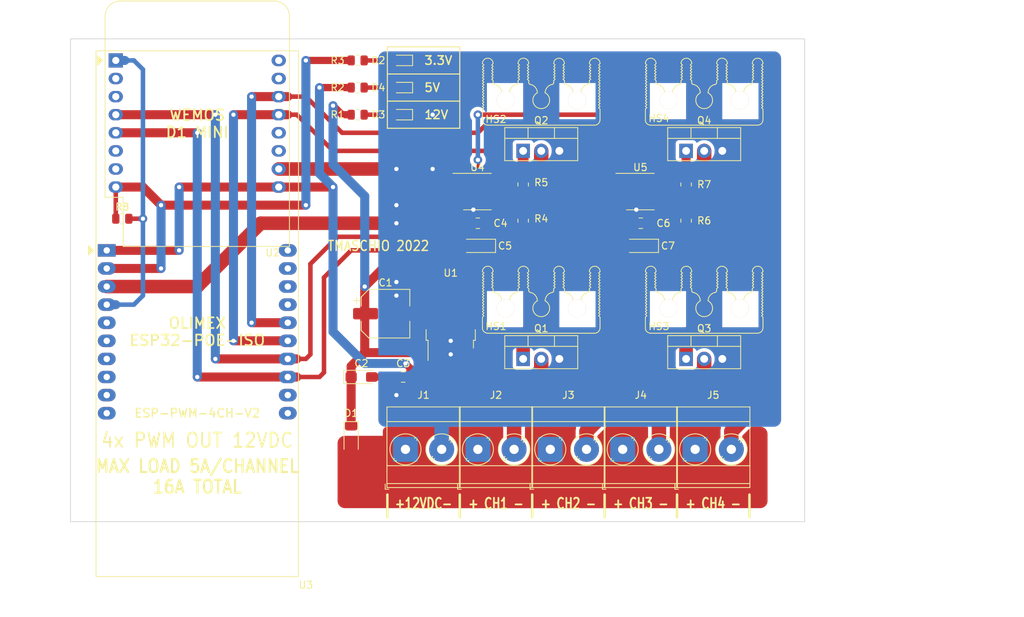
<source format=kicad_pcb>
(kicad_pcb (version 20221018) (generator pcbnew)
  (title_block (title "ESP 6 Relay Module"))
  (layers (0 "F.Cu" signal) (31 "B.Cu" signal) (34 "B.Paste" user) (35 "F.Paste" user) (36 "B.SilkS" user "B.Silkscreen") (37 "F.SilkS" user "F.Silkscreen") (38 "B.Mask" user) (39 "F.Mask" user) (44 "Edge.Cuts" user))
  (net 0 "")
  (net 1 "+12VA")
  (net 2 "GNDREF")
  (net 3 "+5V")
  (net 4 "+12V")
  (net 5 "Net-(D2-A)")
  (net 6 "Net-(D3-A)")
  (net 7 "Net-(D4-A)")
  (net 8 "Net-(J2-Pin_2)")
  (net 9 "Net-(J3-Pin_2)")
  (net 10 "Net-(J4-Pin_2)")
  (net 11 "Net-(J5-Pin_2)")
  (net 12 "Net-(Q1-G)")
  (net 13 "Net-(Q2-G)")
  (net 14 "Net-(Q3-G)")
  (net 15 "Net-(Q4-G)")
  (net 16 "+3.3V")
  (net 17 "Net-(U4-OUTB)")
  (net 18 "Net-(U4-OUTA)")
  (net 19 "Net-(U5-OUTB)")
  (net 20 "Net-(U5-OUTA)")
  (net 21 "Net-(U2-~{RST})")
  (net 24 "Net-(U2-SCK{slash}D5)")
  (net 25 "Net-(U2-MISO{slash}D6)")
  (net 30 "Net-(U2-SDA{slash}D2)")
  (net 31 "Net-(U2-SCL{slash}D1)")
  (footprint "Tales:TerminalBlock_Phoenix_MKDS-3-2-5.08_1x02_P5.08mm_Horizontal" (layer "F.Cu") (at 121.92 121.92)
    (fp_text reference "J2" (at 2.54 -7.62) (layer "F.SilkS"))
    (fp_text value "OUT1")
    (pad "1" thru_hole rect (at 0 0) (size 3.5 3.5) (drill 1.3) (layers "*.Cu" "*.Mask") (net 4 "+12V"))
    (pad "2" thru_hole circle (at 5.08 0) (size 3.5 3.5) (drill 1.3) (layers "*.Cu" "*.Mask") (net 8 "Net-(J2-Pin_2)"))
  )
  (footprint "Tales:TerminalBlock_Phoenix_MKDS-3-2-5.08_1x02_P5.08mm_Horizontal" (layer "F.Cu") (at 132.08 121.92)
    (fp_text reference "J3" (at 2.54 -7.62) (layer "F.SilkS"))
    (fp_text value "OUT2")
    (pad "1" thru_hole rect (at 0 0) (size 3.5 3.5) (drill 1.3) (layers "*.Cu" "*.Mask") (net 4 "+12V"))
    (pad "2" thru_hole circle (at 5.08 0) (size 3.5 3.5) (drill 1.3) (layers "*.Cu" "*.Mask") (net 9 "Net-(J3-Pin_2)"))
  )
  (footprint "Tales:TerminalBlock_Phoenix_MKDS-3-2-5.08_1x02_P5.08mm_Horizontal" (layer "F.Cu") (at 142.235 121.92)
    (fp_text reference "J4" (at 2.54 -7.62) (layer "F.SilkS"))
    (fp_text value "OUT3")
    (pad "1" thru_hole rect (at 0 0) (size 3.5 3.5) (drill 1.3) (layers "*.Cu" "*.Mask") (net 4 "+12V"))
    (pad "2" thru_hole circle (at 5.08 0) (size 3.5 3.5) (drill 1.3) (layers "*.Cu" "*.Mask") (net 10 "Net-(J4-Pin_2)"))
  )
  (footprint "Tales:TerminalBlock_Phoenix_MKDS-3-2-5.08_1x02_P5.08mm_Horizontal" (layer "F.Cu") (at 152.4 121.92)
    (fp_text reference "J5" (at 2.54 -7.62) (layer "F.SilkS"))
    (fp_text value "OUT4")
    (pad "1" thru_hole rect (at 0 0) (size 3.5 3.5) (drill 1.3) (layers "*.Cu" "*.Mask") (net 4 "+12V"))
    (pad "2" thru_hole circle (at 5.08 0) (size 3.5 3.5) (drill 1.3) (layers "*.Cu" "*.Mask") (net 11 "Net-(J5-Pin_2)"))
  )
  (footprint "Tales:TerminalBlock_Phoenix_MKDS-3-2-5.08_1x02_P5.08mm_Horizontal" (layer "F.Cu") (at 111.76 121.92)
    (fp_text reference "J1" (at 2.54 -7.62) (layer "F.SilkS"))
    (fp_text value "12VDC")
    (pad "1" thru_hole rect (at 0 0) (size 3.5 3.5) (drill 1.3) (layers "*.Cu" "*.Mask") (net 4 "+12V"))
    (pad "2" thru_hole circle (at 5.08 0) (size 3.5 3.5) (drill 1.3) (layers "*.Cu" "*.Mask") (net 2 "GNDREF"))
  )
  (footprint "Tales:Heatsink_16x10x25mm_2xFixationM3" (layer "F.Cu") (at 153.67 72.898)
    (fp_text reference "HS4" (at -6.35 2.54) (layer "F.SilkS"))
    (fp_text value "Heatsink_16x10x25mm_2xFixationM3")
    (pad "" np_thru_hole circle (at -5 0.000001) (size 2.5 2.5) (drill 2.5) (layers "*.Cu" "*.SilkS" "*.Mask"))
    (pad "" np_thru_hole circle (at 5 0) (size 2.5 2.5) (drill 2.5) (layers "*.Cu" "*.SilkS" "*.Mask"))
  )
  (footprint "Tales:Heatsink_16x10x25mm_2xFixationM3" (layer "F.Cu") (at 130.81 102.108)
    (fp_text reference "HS1" (at -6.35 2.54) (layer "F.SilkS"))
    (fp_text value "Heatsink_16x10x25mm_2xFixationM3")
    (pad "" np_thru_hole circle (at -5 0.000001) (size 2.5 2.5) (drill 2.5) (layers "*.Cu" "*.SilkS" "*.Mask"))
    (pad "" np_thru_hole circle (at 5 0) (size 2.5 2.5) (drill 2.5) (layers "*.Cu" "*.SilkS" "*.Mask"))
  )
  (footprint "Tales:Heatsink_16x10x25mm_2xFixationM3" (layer "F.Cu") (at 153.67 102.108)
    (fp_text reference "HS3" (at -6.35 2.54) (layer "F.SilkS"))
    (fp_text value "Heatsink_16x10x25mm_2xFixationM3")
    (pad "" np_thru_hole circle (at -5 0.000001) (size 2.5 2.5) (drill 2.5) (layers "*.Cu" "*.SilkS" "*.Mask"))
    (pad "" np_thru_hole circle (at 5 0) (size 2.5 2.5) (drill 2.5) (layers "*.Cu" "*.SilkS" "*.Mask"))
  )
  (footprint "Tales:Olimex_ESP32-POE" (layer "F.Cu") (at 69.85 93.98)
    (fp_text reference "U3" (at 27.94 46.99) (layer "F.SilkS"))
    (fp_text value "Olimex_ESP32-POE")
    (pad "1" thru_hole rect (at 0 0) (size 2.5 1.75) (drill 0.9) (layers "*.Cu" "*.Mask") (net 3 "+5V"))
    (pad "2" thru_hole oval (at 0 2.54) (size 2.5 1.75) (drill 0.9) (layers "*.Cu" "*.Mask") (net 16 "+3.3V"))
    (pad "3" thru_hole oval (at 0 5.08) (size 2.5 1.75) (drill 0.9) (layers "*.Cu" "*.Mask") (net 2 "GNDREF"))
    (pad "4" thru_hole oval (at 0 7.62) (size 2.5 1.75) (drill 0.9) (layers "*.Cu" "*.Mask") (net 21 "Net-(U2-~{RST})"))
    (pad "5" thru_hole oval (at 0 10.16) (size 2.5 1.75) (drill 0.9) (layers "*.Cu" "*.Mask"))
    (pad "6" thru_hole oval (at 0 12.7) (size 2.5 1.75) (drill 0.9) (layers "*.Cu" "*.Mask"))
    (pad "7" thru_hole oval (at 0 15.24) (size 2.5 1.75) (drill 0.9) (layers "*.Cu" "*.Mask"))
    (pad "8" thru_hole oval (at 0 17.78) (size 2.5 1.75) (drill 0.9) (layers "*.Cu" "*.Mask"))
    (pad "9" thru_hole oval (at 0 20.32) (size 2.5 1.75) (drill 0.9) (layers "*.Cu" "*.Mask"))
    (pad "10" thru_hole oval (at 0 22.86) (size 2.5 1.75) (drill 0.9) (layers "*.Cu" "*.Mask"))
    (pad "11" thru_hole oval (at 25.4 22.86) (size 2.5 1.75) (drill 0.9) (layers "*.Cu" "*.Mask"))
    (pad "12" thru_hole oval (at 25.4 20.32) (size 2.5 1.75) (drill 0.9) (layers "*.Cu" "*.Mask"))
    (pad "13" thru_hole oval (at 25.4 17.78) (size 2.5 1.75) (drill 0.9) (layers "*.Cu" "*.Mask") (net 25 "Net-(U2-MISO{slash}D6)"))
    (pad "14" thru_hole oval (at 25.4 15.24) (size 2.5 1.75) (drill 0.9) (layers "*.Cu" "*.Mask") (net 24 "Net-(U2-SCK{slash}D5)"))
    (pad "15" thru_hole oval (at 25.4 12.7) (size 2.5 1.75) (drill 0.9) (layers "*.Cu" "*.Mask") (net 30 "Net-(U2-SDA{slash}D2)"))
    (pad "16" thru_hole oval (at 25.4 10.16) (size 2.5 1.75) (drill 0.9) (layers "*.Cu" "*.Mask") (net 31 "Net-(U2-SCL{slash}D1)"))
    (pad "17" thru_hole oval (at 25.4 7.62) (size 2.5 1.75) (drill 0.9) (layers "*.Cu" "*.Mask"))
    (pad "18" thru_hole oval (at 25.4 5.08) (size 2.5 1.75) (drill 0.9) (layers "*.Cu" "*.Mask"))
    (pad "19" thru_hole oval (at 25.4 2.54) (size 2.5 1.75) (drill 0.9) (layers "*.Cu" "*.Mask"))
    (pad "20" thru_hole oval (at 25.4 0) (size 2.5 1.75) (drill 0.9) (layers "*.Cu" "*.Mask"))
  )
  (footprint "Module:WEMOS_D1_mini_light" (layer "F.Cu") (at 71.12 67.31)
    (fp_text reference "U2" (at 22 27) (layer "F.SilkS"))
    (fp_text value "WeMos_D1_mini")
    (pad "1" thru_hole rect (at 0 0) (size 2 2) (drill 1) (layers "*.Cu" "*.Mask") (net 21 "Net-(U2-~{RST})"))
    (pad "2" thru_hole oval (at 0 2.54) (size 2 1.6) (drill 1) (layers "*.Cu" "*.Mask"))
    (pad "3" thru_hole oval (at 0 5.08) (size 2 1.6) (drill 1) (layers "*.Cu" "*.Mask"))
    (pad "4" thru_hole oval (at 0 7.62) (size 2 1.6) (drill 1) (layers "*.Cu" "*.Mask") (net 24 "Net-(U2-SCK{slash}D5)"))
    (pad "5" thru_hole oval (at 0 10.16) (size 2 1.6) (drill 1) (layers "*.Cu" "*.Mask") (net 25 "Net-(U2-MISO{slash}D6)"))
    (pad "6" thru_hole oval (at 0 12.7) (size 2 1.6) (drill 1) (layers "*.Cu" "*.Mask"))
    (pad "7" thru_hole oval (at 0 15.24) (size 2 1.6) (drill 1) (layers "*.Cu" "*.Mask"))
    (pad "8" thru_hole oval (at 0 17.78) (size 2 1.6) (drill 1) (layers "*.Cu" "*.Mask") (net 16 "+3.3V"))
    (pad "9" thru_hole oval (at 22.86 17.78) (size 2 1.6) (drill 1) (layers "*.Cu" "*.Mask") (net 3 "+5V"))
    (pad "10" thru_hole oval (at 22.86 15.24) (size 2 1.6) (drill 1) (layers "*.Cu" "*.Mask") (net 2 "GNDREF"))
    (pad "11" thru_hole oval (at 22.86 12.7) (size 2 1.6) (drill 1) (layers "*.Cu" "*.Mask"))
    (pad "12" thru_hole oval (at 22.86 10.16) (size 2 1.6) (drill 1) (layers "*.Cu" "*.Mask"))
    (pad "13" thru_hole oval (at 22.86 7.62) (size 2 1.6) (drill 1) (layers "*.Cu" "*.Mask") (net 30 "Net-(U2-SDA{slash}D2)"))
    (pad "14" thru_hole oval (at 22.86 5.08) (size 2 1.6) (drill 1) (layers "*.Cu" "*.Mask") (net 31 "Net-(U2-SCL{slash}D1)"))
    (pad "15" thru_hole oval (at 22.86 2.54) (size 2 1.6) (drill 1) (layers "*.Cu" "*.Mask"))
    (pad "16" thru_hole oval (at 22.86 0) (size 2 1.6) (drill 1) (layers "*.Cu" "*.Mask"))
  )
  (footprint "Tales:CP_Elec_6.3x5.4" (layer "F.Cu") (at 108.96 102.87)
    (fp_text reference "C1" (at 0 -4.35) (layer "F.SilkS"))
    (fp_text value "47uF/35V/6,3x5,4")
    (pad "1" smd roundrect (at -2.8 0) (size 3.5 1.6) (layers "F.Cu" "F.Paste" "F.Mask") (roundrect_rratio 0.15625) (net 1 "+12VA"))
    (pad "2" smd roundrect (at 2.8 0) (size 3.5 1.6) (layers "F.Cu" "F.Paste" "F.Mask") (roundrect_rratio 0.15625) (net 2 "GNDREF"))
  )
  (footprint "Tales:CP_EIA-3216-18_Kemet-A_Pad1.58x1.35mm_HandSolder" (layer "F.Cu") (at 121.92 93.345 180)
    (fp_text reference "C5" (at -3.81 0) (layer "F.SilkS"))
    (fp_text value "1uF 35V")
    (pad "1" smd roundrect (at -1.4375 0 180) (size 1.575 1.35) (layers "F.Cu" "F.Paste" "F.Mask") (roundrect_rratio 0.185185) (net 1 "+12VA"))
    (pad "2" smd roundrect (at 1.4375 0 180) (size 1.575 1.35) (layers "F.Cu" "F.Paste" "F.Mask") (roundrect_rratio 0.185185) (net 2 "GNDREF"))
  )
  (footprint "Package_TO_SOT_THT:TO-220-3_Vertical" (layer "F.Cu") (at 128.27 109.22)
    (fp_text reference "Q1" (at 2.54 -4.27) (layer "F.SilkS"))
    (fp_text value "IRLB8721PBF")
    (pad "1" thru_hole rect (at 0 0) (size 1.905 2) (drill 1.1) (layers "*.Cu" "*.Mask") (net 12 "Net-(Q1-G)"))
    (pad "2" thru_hole oval (at 2.54 0) (size 1.905 2) (drill 1.1) (layers "*.Cu" "*.Mask") (net 8 "Net-(J2-Pin_2)"))
    (pad "3" thru_hole oval (at 5.08 0) (size 1.905 2) (drill 1.1) (layers "*.Cu" "*.Mask") (net 2 "GNDREF"))
  )
  (footprint "Package_TO_SOT_THT:TO-220-3_Vertical" (layer "F.Cu") (at 128.27 80.01)
    (fp_text reference "Q2" (at 2.54 -4.27) (layer "F.SilkS"))
    (fp_text value "IRLB8721PBF")
    (pad "1" thru_hole rect (at 0 0) (size 1.905 2) (drill 1.1) (layers "*.Cu" "*.Mask") (net 13 "Net-(Q2-G)"))
    (pad "2" thru_hole oval (at 2.54 0) (size 1.905 2) (drill 1.1) (layers "*.Cu" "*.Mask") (net 9 "Net-(J3-Pin_2)"))
    (pad "3" thru_hole oval (at 5.08 0) (size 1.905 2) (drill 1.1) (layers "*.Cu" "*.Mask") (net 2 "GNDREF"))
  )
  (footprint "Package_TO_SOT_THT:TO-220-3_Vertical" (layer "F.Cu") (at 151.13 109.22)
    (fp_text reference "Q3" (at 2.54 -4.27) (layer "F.SilkS"))
    (fp_text value "IRLB8721PBF")
    (pad "1" thru_hole rect (at 0 0) (size 1.905 2) (drill 1.1) (layers "*.Cu" "*.Mask") (net 14 "Net-(Q3-G)"))
    (pad "2" thru_hole oval (at 2.54 0) (size 1.905 2) (drill 1.1) (layers "*.Cu" "*.Mask") (net 10 "Net-(J4-Pin_2)"))
    (pad "3" thru_hole oval (at 5.08 0) (size 1.905 2) (drill 1.1) (layers "*.Cu" "*.Mask") (net 2 "GNDREF"))
  )
  (footprint "Package_TO_SOT_THT:TO-220-3_Vertical" (layer "F.Cu") (at 151.13 80.01)
    (fp_text reference "Q4" (at 2.54 -4.27) (layer "F.SilkS"))
    (fp_text value "IRLB8721PBF")
    (pad "1" thru_hole rect (at 0 0) (size 1.905 2) (drill 1.1) (layers "*.Cu" "*.Mask") (net 15 "Net-(Q4-G)"))
    (pad "2" thru_hole oval (at 2.54 0) (size 1.905 2) (drill 1.1) (layers "*.Cu" "*.Mask") (net 11 "Net-(J5-Pin_2)"))
    (pad "3" thru_hole oval (at 5.08 0) (size 1.905 2) (drill 1.1) (layers "*.Cu" "*.Mask") (net 2 "GNDREF"))
  )
  (footprint "Tales:SOIC-8_3.9x4.9mm_P1.27mm" (layer "F.Cu") (at 121.855 85.725)
    (fp_text reference "U4" (at 0 -3.4) (layer "F.SilkS"))
    (fp_text value "IR4427")
    (pad "1" smd roundrect (at -2.475 -1.905) (size 1.95 0.6) (layers "F.Cu" "F.Paste" "F.Mask"))
    (pad "2" smd roundrect (at -2.475 -0.635) (size 1.95 0.6) (layers "F.Cu" "F.Paste" "F.Mask") (net 24 "Net-(U2-SCK{slash}D5)"))
    (pad "3" smd roundrect (at -2.475 0.635) (size 1.95 0.6) (layers "F.Cu" "F.Paste" "F.Mask") (net 2 "GNDREF"))
    (pad "4" smd roundrect (at -2.475 1.905) (size 1.95 0.6) (layers "F.Cu" "F.Paste" "F.Mask") (net 25 "Net-(U2-MISO{slash}D6)"))
    (pad "5" smd roundrect (at 2.475 1.905) (size 1.95 0.6) (layers "F.Cu" "F.Paste" "F.Mask") (net 17 "Net-(U4-OUTB)"))
    (pad "6" smd roundrect (at 2.475 0.635) (size 1.95 0.6) (layers "F.Cu" "F.Paste" "F.Mask") (net 1 "+12VA"))
    (pad "7" smd roundrect (at 2.475 -0.635) (size 1.95 0.6) (layers "F.Cu" "F.Paste" "F.Mask") (net 18 "Net-(U4-OUTA)"))
    (pad "8" smd roundrect (at 2.475 -1.905) (size 1.95 0.6) (layers "F.Cu" "F.Paste" "F.Mask"))
  )
  (footprint "Tales:SOIC-8_3.9x4.9mm_P1.27mm" (layer "F.Cu") (at 144.715 85.725)
    (fp_text reference "U5" (at 0 -3.4) (layer "F.SilkS"))
    (fp_text value "IR4427")
    (pad "1" smd roundrect (at -2.475 -1.905) (size 1.95 0.6) (layers "F.Cu" "F.Paste" "F.Mask"))
    (pad "2" smd roundrect (at -2.475 -0.635) (size 1.95 0.6) (layers "F.Cu" "F.Paste" "F.Mask") (net 31 "Net-(U2-SCL{slash}D1)"))
    (pad "3" smd roundrect (at -2.475 0.635) (size 1.95 0.6) (layers "F.Cu" "F.Paste" "F.Mask") (net 2 "GNDREF"))
    (pad "4" smd roundrect (at -2.475 1.905) (size 1.95 0.6) (layers "F.Cu" "F.Paste" "F.Mask") (net 30 "Net-(U2-SDA{slash}D2)"))
    (pad "5" smd roundrect (at 2.475 1.905) (size 1.95 0.6) (layers "F.Cu" "F.Paste" "F.Mask") (net 19 "Net-(U5-OUTB)"))
    (pad "6" smd roundrect (at 2.475 0.635) (size 1.95 0.6) (layers "F.Cu" "F.Paste" "F.Mask") (net 1 "+12VA"))
    (pad "7" smd roundrect (at 2.475 -0.635) (size 1.95 0.6) (layers "F.Cu" "F.Paste" "F.Mask") (net 20 "Net-(U5-OUTA)"))
    (pad "8" smd roundrect (at 2.475 -1.905) (size 1.95 0.6) (layers "F.Cu" "F.Paste" "F.Mask"))
  )
  (footprint "Tales:Heatsink_16x10x25mm_2xFixationM3" (layer "F.Cu") (at 130.81 72.898)
    (fp_text reference "HS2" (at -6.35 2.667) (layer "F.SilkS"))
    (fp_text value "Heatsink_16x10x25mm_2xFixationM3")
    (pad "" np_thru_hole circle (at -5 0.000001) (size 2.5 2.5) (drill 2.5) (layers "*.Cu" "*.SilkS" "*.Mask"))
    (pad "" np_thru_hole circle (at 5 0) (size 2.5 2.5) (drill 2.5) (layers "*.Cu" "*.SilkS" "*.Mask"))
  )
  (footprint "Tales:TO-252-2" (layer "F.Cu") (at 118.11 104.14 90)
    (fp_text reference "U1" (at 6.985 0 180) (layer "F.SilkS"))
    (fp_text value "L78M05")
    (pad "1" smd rect (at -4.2 -2.28 90) (size 2.2 1.6) (layers "F.Cu" "F.Paste" "F.Mask") (net 1 "+12VA"))
    (pad "2" smd rect (at 2.1 0 90) (size 6.4 5.8) (layers "F.Cu" "F.Mask") (net 2 "GNDREF"))
    (pad "3" smd rect (at -4.2 2.28 90) (size 2.2 1.6) (layers "F.Cu" "F.Paste" "F.Mask") (net 3 "+5V"))
  )
  (footprint "Tales:CP_EIA-3216-18_Kemet-A_Pad1.58x1.35mm_HandSolder" (layer "F.Cu") (at 144.78 93.345 180)
    (fp_text reference "C7" (at -3.81 0) (layer "F.SilkS"))
    (fp_text value "1uF 35V")
    (pad "1" smd roundrect (at -1.4375 0 180) (size 1.575 1.35) (layers "F.Cu" "F.Paste" "F.Mask") (roundrect_rratio 0.185185) (net 1 "+12VA"))
    (pad "2" smd roundrect (at 1.4375 0 180) (size 1.575 1.35) (layers "F.Cu" "F.Paste" "F.Mask") (roundrect_rratio 0.185185) (net 2 "GNDREF"))
  )
  (footprint "Tales:CP_EIA-3216-18_Kemet-A_Pad1.58x1.35mm_HandSolder" (layer "F.Cu") (at 105.5775 111.76)
    (fp_text reference "C2" (at 0 -1.905) (layer "F.SilkS"))
    (fp_text value "0,33uF/35V")
    (pad "1" smd roundrect (at -1.4375 0) (size 1.575 1.35) (layers "F.Cu" "F.Paste" "F.Mask") (roundrect_rratio 0.185185) (net 1 "+12VA"))
    (pad "2" smd roundrect (at 1.4375 0) (size 1.575 1.35) (layers "F.Cu" "F.Paste" "F.Mask") (roundrect_rratio 0.185185) (net 2 "GNDREF"))
  )
  (footprint "Tales:R_0805_2012Metric" (layer "F.Cu") (at 105.0525 74.93)
    (fp_text reference "R1" (at -2.8175 0) (layer "F.SilkS"))
    (fp_text value "2k2/0,125W/0805")
    (pad "1" smd roundrect (at -0.9125 0) (size 1.025 1.4) (layers "F.Cu" "F.Paste" "F.Mask") (roundrect_rratio 0.243902) (net 1 "+12VA"))
    (pad "2" smd roundrect (at 0.9125 0) (size 1.025 1.4) (layers "F.Cu" "F.Paste" "F.Mask") (roundrect_rratio 0.243902) (net 6 "Net-(D3-A)"))
  )
  (footprint "Tales:R_0805_2012Metric" (layer "F.Cu") (at 105.0525 71.12)
    (fp_text reference "R2" (at -2.8175 0) (layer "F.SilkS"))
    (fp_text value "680R/0,125W/0805")
    (pad "1" smd roundrect (at -0.9125 0) (size 1.025 1.4) (layers "F.Cu" "F.Paste" "F.Mask") (roundrect_rratio 0.243902) (net 3 "+5V"))
    (pad "2" smd roundrect (at 0.9125 0) (size 1.025 1.4) (layers "F.Cu" "F.Paste" "F.Mask") (roundrect_rratio 0.243902) (net 7 "Net-(D4-A)"))
  )
  (footprint "Tales:R_0805_2012Metric" (layer "F.Cu") (at 105.0525 67.31)
    (fp_text reference "R3" (at -2.8175 0) (layer "F.SilkS"))
    (fp_text value "270R/0,125W/0805")
    (pad "1" smd roundrect (at -0.9125 0) (size 1.025 1.4) (layers "F.Cu" "F.Paste" "F.Mask") (roundrect_rratio 0.243902) (net 16 "+3.3V"))
    (pad "2" smd roundrect (at 0.9125 0) (size 1.025 1.4) (layers "F.Cu" "F.Paste" "F.Mask") (roundrect_rratio 0.243902) (net 5 "Net-(D2-A)"))
  )
  (footprint "Tales:LED_0603_1608Metric" (layer "F.Cu") (at 111.2775 67.31 180)
    (fp_text reference "D2" (at 3.3275 0) (layer "F.SilkS"))
    (fp_text value "GREEN/0603")
    (pad "1" smd roundrect (at -0.7875 0 180) (size 0.875 0.95) (layers "F.Cu" "F.Paste" "F.Mask") (net 2 "GNDREF"))
    (pad "2" smd roundrect (at 0.7875 0 180) (size 0.875 0.95) (layers "F.Cu" "F.Paste" "F.Mask") (net 5 "Net-(D2-A)"))
  )
  (footprint "Tales:LED_0603_1608Metric" (layer "F.Cu") (at 111.2775 74.93 180)
    (fp_text reference "D3" (at 3.3275 0) (layer "F.SilkS"))
    (fp_text value "GREEN/0603")
    (pad "1" smd roundrect (at -0.7875 0 180) (size 0.875 0.95) (layers "F.Cu" "F.Paste" "F.Mask") (net 2 "GNDREF"))
    (pad "2" smd roundrect (at 0.7875 0 180) (size 0.875 0.95) (layers "F.Cu" "F.Paste" "F.Mask") (net 6 "Net-(D3-A)"))
  )
  (footprint "Tales:LED_0603_1608Metric" (layer "F.Cu") (at 111.2775 71.12 180)
    (fp_text reference "D4" (at 3.3275 0) (layer "F.SilkS"))
    (fp_text value "GREEN/0603")
    (pad "1" smd roundrect (at -0.7875 0 180) (size 0.875 0.95) (layers "F.Cu" "F.Paste" "F.Mask") (net 2 "GNDREF"))
    (pad "2" smd roundrect (at 0.7875 0 180) (size 0.875 0.95) (layers "F.Cu" "F.Paste" "F.Mask") (net 7 "Net-(D4-A)"))
  )
  (footprint "Tales:D_SOD-123" (layer "F.Cu") (at 104.14 120.27 -90)
    (fp_text reference "D1" (at -3.43 0 180) (layer "F.SilkS"))
    (fp_text value "SM4007PL/SOD-123")
    (pad "1" smd roundrect (at -1.65 0 270) (size 1.3 1.75) (layers "F.Cu" "F.Paste" "F.Mask") (net 1 "+12VA"))
    (pad "2" smd roundrect (at 1.65 0 270) (size 1.3 1.75) (layers "F.Cu" "F.Paste" "F.Mask") (net 4 "+12V"))
  )
  (footprint "Tales:R_0805_2012Metric" (layer "F.Cu") (at 128.27 89.8125 90)
    (fp_text reference "R4" (at 0.2775 2.54 180) (layer "F.SilkS"))
    (fp_text value "22R/0,125W/0805")
    (pad "1" smd roundrect (at -0.9125 0 90) (size 1.025 1.4) (layers "F.Cu" "F.Paste" "F.Mask") (roundrect_rratio 0.243902) (net 12 "Net-(Q1-G)"))
    (pad "2" smd roundrect (at 0.9125 0 90) (size 1.025 1.4) (layers "F.Cu" "F.Paste" "F.Mask") (roundrect_rratio 0.243902) (net 17 "Net-(U4-OUTB)"))
  )
  (footprint "Tales:R_0805_2012Metric" (layer "F.Cu") (at 151.13 89.8125 90)
    (fp_text reference "R6" (at 0 2.54 180) (layer "F.SilkS"))
    (fp_text value "22R/0,125W/0805")
    (pad "1" smd roundrect (at -0.9125 0 90) (size 1.025 1.4) (layers "F.Cu" "F.Paste" "F.Mask") (roundrect_rratio 0.243902) (net 14 "Net-(Q3-G)"))
    (pad "2" smd roundrect (at 0.9125 0 90) (size 1.025 1.4) (layers "F.Cu" "F.Paste" "F.Mask") (roundrect_rratio 0.243902) (net 19 "Net-(U5-OUTB)"))
  )
  (footprint "Tales:R_0805_2012Metric" (layer "F.Cu") (at 128.27 84.7325 -90)
    (fp_text reference "R5" (at -0.2775 -2.54 180) (layer "F.SilkS"))
    (fp_text value "22R/0,125W/0805")
    (pad "1" smd roundrect (at -0.9125 0 270) (size 1.025 1.4) (layers "F.Cu" "F.Paste" "F.Mask") (roundrect_rratio 0.243902) (net 13 "Net-(Q2-G)"))
    (pad "2" smd roundrect (at 0.9125 0 270) (size 1.025 1.4) (layers "F.Cu" "F.Paste" "F.Mask") (roundrect_rratio 0.243902) (net 18 "Net-(U4-OUTA)"))
  )
  (footprint "Tales:R_0805_2012Metric" (layer "F.Cu") (at 151.13 84.7325 -90)
    (fp_text reference "R7" (at 0 -2.54 180) (layer "F.SilkS"))
    (fp_text value "22R/0,125W/0805")
    (pad "1" smd roundrect (at -0.9125 0 270) (size 1.025 1.4) (layers "F.Cu" "F.Paste" "F.Mask") (roundrect_rratio 0.243902) (net 15 "Net-(Q4-G)"))
    (pad "2" smd roundrect (at 0.9125 0 270) (size 1.025 1.4) (layers "F.Cu" "F.Paste" "F.Mask") (roundrect_rratio 0.243902) (net 20 "Net-(U5-OUTA)"))
  )
  (footprint "Tales:C_0805_2012Metric" (layer "F.Cu") (at 121.92 90.17 180)
    (fp_text reference "C4" (at -3.175 0) (layer "F.SilkS"))
    (fp_text value "0,1uF/50V/0805")
    (pad "1" smd roundrect (at -0.95 0 180) (size 1 1.45) (layers "F.Cu" "F.Paste" "F.Mask") (net 1 "+12VA"))
    (pad "2" smd roundrect (at 0.95 0 180) (size 1 1.45) (layers "F.Cu" "F.Paste" "F.Mask") (net 2 "GNDREF"))
  )
  (footprint "Tales:C_0805_2012Metric" (layer "F.Cu") (at 144.78 90.17 180)
    (fp_text reference "C6" (at -3.175 0) (layer "F.SilkS"))
    (fp_text value "0,1uF/50V/0805")
    (pad "1" smd roundrect (at -0.95 0 180) (size 1 1.45) (layers "F.Cu" "F.Paste" "F.Mask") (net 1 "+12VA"))
    (pad "2" smd roundrect (at 0.95 0 180) (size 1 1.45) (layers "F.Cu" "F.Paste" "F.Mask") (net 2 "GNDREF"))
  )
  (footprint "Tales:C_0805_2012Metric" (layer "F.Cu") (at 111.44 111.76 180)
    (fp_text reference "C3" (at 0 1.905) (layer "F.SilkS"))
    (fp_text value "0,1uF/50V/0805")
    (pad "1" smd roundrect (at -0.95 0 180) (size 1 1.45) (layers "F.Cu" "F.Paste" "F.Mask") (net 3 "+5V"))
    (pad "2" smd roundrect (at 0.95 0 180) (size 1 1.45) (layers "F.Cu" "F.Paste" "F.Mask") (net 2 "GNDREF"))
  )
  (footprint "Tales:R_0805_2012Metric" (layer "F.Cu") (at 72.0325 89.535)
    (fp_text reference "R8" (at 0 -1.65) (layer "F.SilkS"))
    (fp_text value "4k7/0,125W/0805")
    (pad "1" smd roundrect (at -0.9125 0) (size 1.025 1.4) (layers "F.Cu" "F.Paste" "F.Mask") (roundrect_rratio 0.243902) (net 16 "+3.3V"))
    (pad "2" smd roundrect (at 0.9125 0) (size 1.025 1.4) (layers "F.Cu" "F.Paste" "F.Mask") (roundrect_rratio 0.243902) (net 21 "Net-(U2-~{RST})"))
  )
  (gr_line (start 109.22 69.215) (end 119.38 69.215) (stroke (width 0.15)) (layer "F.SilkS"))
  (gr_line (start 119.38 76.835) (end 119.38 65.405) (stroke (width 0.15)) (layer "F.SilkS"))
  (gr_line (start 109.22 76.835) (end 119.38 76.835) (stroke (width 0.15)) (layer "F.SilkS"))
  (gr_line (start 119.38 65.405) (end 109.22 65.405) (stroke (width 0.15)) (layer "F.SilkS"))
  (gr_line (start 109.22 73.025) (end 119.38 73.025) (stroke (width 0.15)) (layer "F.SilkS"))
  (gr_line (start 109.22 65.405) (end 109.22 76.835) (stroke (width 0.15)) (layer "F.SilkS"))
  (gr_line (start 139.7 128.27) (end 139.7 131.445) (stroke (width 0.35)) (layer "F.SilkS"))
  (gr_line (start 160.02 128.27) (end 160.02 131.445) (stroke (width 0.35)) (layer "F.SilkS"))
  (gr_line (start 149.86 128.27) (end 149.86 131.445) (stroke (width 0.35)) (layer "F.SilkS"))
  (gr_line (start 129.54 128.27) (end 129.54 131.445) (stroke (width 0.35)) (layer "F.SilkS"))
  (gr_line (start 109.22 128.27) (end 109.22 131.445) (stroke (width 0.35)) (layer "F.SilkS"))
  (gr_line (start 119.38 128.27) (end 119.38 131.445) (stroke (width 0.35)) (layer "F.SilkS"))
  (gr_line (start 64.77 132.08) (end 167.77 132.08) (stroke (width 0.1)) (layer "Edge.Cuts"))
  (gr_line (start 167.77 64.28) (end 64.77 64.28) (stroke (width 0.1)) (layer "Edge.Cuts"))
  (gr_line (start 167.77 132.08) (end 167.77 64.28) (stroke (width 0.1)) (layer "Edge.Cuts"))
  (gr_line (start 64.77 64.28) (end 64.77 132.08) (stroke (width 0.1)) (layer "Edge.Cuts"))
  (gr_text "+ CH1 -" (at 124.46 129.54) (layer "F.SilkS") (effects (font (size 1.5 1.1) (thickness 0.25))))
  (gr_text "+12VDC-" (at 114.3 129.54) (layer "F.SilkS") (effects (font (size 1.5 1.1) (thickness 0.25))))
  (gr_text "4x PWM OUT 12VDC" (at 82.55 120.65) (layer "F.SilkS") (effects (font (size 2 1.8) (thickness 0.25))))
  (gr_text "12V" (at 114.3 74.93) (layer "F.SilkS") (effects (font (size 1.2 1.2) (thickness 0.2)) (justify left)))
  (gr_text "5V" (at 114.3 71.12) (layer "F.SilkS") (effects (font (size 1.2 1.2) (thickness 0.2)) (justify left)))
  (gr_text "3.3V" (at 114.3 67.31) (layer "F.SilkS") (effects (font (size 1.2 1.2) (thickness 0.2)) (justify left)))
  (gr_text "WEMOS\nD1 MINI" (at 82.55 76.2) (layer "F.SilkS") (effects (font (size 1.5 1.5) (thickness 0.25))))
  (gr_text "OLIMEX\nESP32-POE-ISO" (at 82.55 105.41) (layer "F.SilkS") (effects (font (size 1.5 1.5) (thickness 0.25))))
  (gr_text "MAX LOAD 5A/CHANNEL\n16A TOTAL" (at 82.55 125.73) (layer "F.SilkS") (effects (font (size 1.8 1.6) (thickness 0.3))))
  (gr_text "+ CH2 -" (at 134.62 129.54) (layer "F.SilkS") (effects (font (size 1.5 1.1) (thickness 0.25))))
  (gr_text "+ CH4 -" (at 154.94 129.54) (layer "F.SilkS") (effects (font (size 1.5 1.1) (thickness 0.25))))
  (gr_text "ESP-PWM-4CH-V2" (at 82.55 116.84) (layer "F.SilkS") (effects (font (size 1.2 1.2) (thickness 0.2))))
  (gr_text "+ CH3 -" (at 144.78 129.54) (layer "F.SilkS") (effects (font (size 1.5 1.1) (thickness 0.25))))
  (gr_text "TMASCHIO 2022" (at 107.95 93.345) (layer "F.SilkS") (effects (font (size 1.4 1.2) (thickness 0.2))))
  (segment (start 106.045 99.06) (end 106.045 102.755) (width 1.27) (layer "F.Cu") (net 1))
  (segment (start 121.92 74.93) (end 140.97 74.93) (width 0.635) (layer "F.Cu") (net 1))
  (segment (start 145.73 90.17) (end 145.73 91.755) (width 0.635) (layer "F.Cu") (net 1))
  (segment (start 121.92 85.725) (end 121.92 81.28) (width 0.635) (layer "F.Cu") (net 1))
  (segment (start 122.87 90.17) (end 122.87 88.58) (width 0.635) (layer "F.Cu") (net 1))
  (segment (start 122.87 88.58) (end 122.555 88.265) (width 0.635) (layer "F.Cu") (net 1))
  (segment (start 144.78 82.55) (end 144.78 85.725) (width 0.635) (layer "F.Cu") (net 1))
  (segment (start 140.97 74.93) (end 142.24 76.2) (width 0.635) (layer "F.Cu") (net 1))
  (segment (start 142.24 80.01) (end 144.78 82.55) (width 0.635) (layer "F.Cu") (net 1))
  (segment (start 104.14 110.245) (end 106.045 108.34) (width 1.27) (layer "F.Cu") (net 1))
  (segment (start 106.045 108.34) (end 115.83 108.34) (width 1.27) (layer "F.Cu") (net 1))
  (segment (start 145.73 91.755) (end 146.2175 92.2425) (width 0.635) (layer "F.Cu") (net 1))
  (segment (start 106.045 108.34) (end 106.045 102.985) (width 1.27) (layer "F.Cu") (net 1))
  (segment (start 121.92 85.725) (end 122.555 86.36) (width 0.635) (layer "F.Cu") (net 1))
  (segment (start 104.14 111.76) (end 104.14 118.62) (width 1.27) (layer "F.Cu") (net 1))
  (segment (start 145.415 88.265) (end 145.415 86.36) (width 0.635) (layer "F.Cu") (net 1))
  (segment (start 122.555 88.265) (end 122.555 86.36) (width 0.635) (layer "F.Cu") (net 1))
  (segment (start 123.3575 92.2425) (end 123.3575 93.345) (width 0.635) (layer "F.Cu") (net 1))
  (segment (start 101.6 73.66) (end 102.87 74.93) (width 1.016) (layer "F.Cu") (net 1))
  (segment (start 102.87 74.93) (end 104.14 74.93) (width 1.016) (layer "F.Cu") (net 1))
  (segment (start 123.3575 94.4475) (end 123.3575 93.345) (width 1.27) (layer "F.Cu") (net 1))
  (segment (start 106.045 99.06) (end 109.22 95.885) (width 1.27) (layer "F.Cu") (net 1))
  (segment (start 146.2175 92.2425) (end 146.2175 93.345) (width 0.635) (layer "F.Cu") (net 1))
  (segment (start 104.14 111.76) (end 104.14 110.245) (width 1.27) (layer "F.Cu") (net 1))
  (segment (start 122.87 91.755) (end 123.3575 92.2425) (width 0.635) (layer "F.Cu") (net 1))
  (segment (start 142.24 76.2) (end 142.24 80.01) (width 0.635) (layer "F.Cu") (net 1))
  (segment (start 121.92 95.885) (end 123.3575 94.4475) (width 1.27) (layer "F.Cu") (net 1))
  (segment (start 145.415 86.36) (end 147.255 86.36) (width 0.635) (layer "F.Cu") (net 1))
  (segment (start 144.78 85.725) (end 145.415 86.36) (width 0.635) (layer "F.Cu") (net 1))
  (segment (start 122.87 90.17) (end 122.87 91.755) (width 0.635) (layer "F.Cu") (net 1))
  (segment (start 145.73 88.58) (end 145.415 88.265) (width 0.635) (layer "F.Cu") (net 1))
  (segment (start 145.73 90.17) (end 145.73 88.58) (width 0.635) (layer "F.Cu") (net 1))
  (segment (start 122.555 86.36) (end 124.33 86.36) (width 0.635) (layer "F.Cu") (net 1))
  (segment (start 109.22 95.885) (end 121.92 95.885) (width 1.27) (layer "F.Cu") (net 1))
  (via (at 121.92 74.93) (size 1.2) (drill 0.6) (layers "F.Cu" "B.Cu") (net 1))
  (via (at 121.92 81.28) (size 1.2) (drill 0.6) (layers "F.Cu" "B.Cu") (net 1))
  (via (at 101.6 73.66) (size 1.2) (drill 0.6) (layers "F.Cu" "B.Cu") (net 1))
  (via (at 106.045 99.06) (size 1.2) (drill 0.6) (layers "F.Cu" "B.Cu") (net 1))
  (segment (start 106.045 99.06) (end 106.045 86.36) (width 1.27) (layer "B.Cu") (net 1))
  (segment (start 121.92 74.93) (end 121.92 81.28) (width 0.635) (layer "B.Cu") (net 1))
  (segment (start 106.045 86.36) (end 101.6 81.915) (width 1.27) (layer "B.Cu") (net 1))
  (segment (start 101.6 81.915) (end 101.6 73.66) (width 1.27) (layer "B.Cu") (net 1))
  (segment (start 110.49 90.17) (end 91.44 90.17) (width 1.905) (layer "F.Cu") (net 2))
  (segment (start 121.285 86.995) (end 120.65 86.36) (width 0.635) (layer "F.Cu") (net 2))
  (segment (start 120.65 86.36) (end 119.38 86.36) (width 0.635) (layer "F.Cu") (net 2))
  (segment (start 91.44 90.17) (end 82.55 99.06) (width 1.905) (layer "F.Cu") (net 2))
  (segment (start 110.49 114.3) (end 110.49 111.76) (width 1.016) (layer "F.Cu") (net 2))
  (segment (start 120.97 90.17) (end 120.97 91.755) (width 0.635) (layer "F.Cu") (net 2))
  (segment (start 143.83 91.755) (end 143.3425 92.2425) (width 0.635) (layer "F.Cu") (net 2))
  (segment (start 143.83 90.17) (end 143.83 91.755) (width 0.635) (layer "F.Cu") (net 2))
  (segment (start 120.4825 92.2425) (end 120.4825 93.345) (width 0.635) (layer "F.Cu") (net 2))
  (segment (start 143.51 86.36) (end 142.305 86.36) (width 0.635) (layer "F.Cu") (net 2))
  (segment (start 111.39 102.5) (end 110.49 101.6) (width 1.905) (layer "F.Cu") (net 2))
  (segment (start 112.065 71.12) (end 112.065 67.31) (width 0.635) (layer "F.Cu") (net 2))
  (segment (start 121.285 88.265) (end 121.285 89.855) (width 0.635) (layer "F.Cu") (net 2))
  (segment (start 110.49 90.17) (end 110.49 87.63) (width 1.905) (layer "F.Cu") (net 2))
  (segment (start 110.49 111.76) (end 107.015 111.76) (width 1.016) (layer "F.Cu") (net 2))
  (segment (start 118.11 108.585) (end 118.11 102.04) (width 2.032) (layer "F.Cu") (net 2))
  (segment (start 111.39 102.87) (end 111.39 102.5) (width 1.905) (layer "F.Cu") (net 2))
  (segment (start 121.285 89.855) (end 120.97 90.17) (width 0.635) (layer "F.Cu") (net 2))
  (segment (start 111.39 102.87) (end 117.28 102.87) (width 2.032) (layer "F.Cu") (net 2))
  (segment (start 144.145 86.995) (end 143.51 86.36) (width 0.635) (layer "F.Cu") (net 2))
  (segment (start 110.49 82.55) (end 115.57 82.55) (width 1.905) (layer "F.Cu") (net 2))
  (segment (start 112.065 74.93) (end 112.065 71.12) (width 0.635) (layer "F.Cu") (net 2))
  (segment (start 115.57 74.93) (end 112.065 74.93) (width 0.635) (layer "F.Cu") (net 2))
  (segment (start 82.55 99.06) (end 69.85 99.06) (width 1.905) (layer "F.Cu") (net 2))
  (segment (start 144.145 88.265) (end 144.145 86.995) (width 0.635) (layer "F.Cu") (net 2))
  (segment (start 121.285 86.995) (end 121.285 88.265) (width 0.635) (layer "F.Cu") (net 2))
  (segment (start 144.145 89.855) (end 143.83 90.17) (width 0.635) (layer "F.Cu") (net 2))
  (segment (start 143.3425 92.2425) (end 143.3425 93.345) (width 0.635) (layer "F.Cu") (net 2))
  (segment (start 144.145 88.265) (end 144.145 89.855) (width 0.635) (layer "F.Cu") (net 2))
  (segment (start 93.98 82.55) (end 110.49 82.55) (width 1.905) (layer "F.Cu") (net 2))
  (segment (start 110.49 101.6) (end 110.49 98.425) (width 1.905) (layer "F.Cu") (net 2))
  (segment (start 120.97 91.755) (end 120.4825 92.2425) (width 0.635) (layer "F.Cu") (net 2))
  (via (at 118.11 108.585) (size 1.2) (drill 0.6) (layers "F.Cu" "B.Cu") (net 2))
  (via (at 110.49 87.63) (size 1.2) (drill 0.6) (layers "F.Cu" "B.Cu") (net 2))
  (via (at 110.49 98.425) (size 1.2) (drill 0.6) (layers "F.Cu" "B.Cu") (net 2))
  (via (at 110.49 82.55) (size 1.2) (drill 0.6) (layers "F.Cu" "B.Cu") (net 2))
  (via (at 110.49 90.17) (size 1.2) (drill 0.6) (layers "F.Cu" "B.Cu") (net 2))
  (via (at 110.49 100.33) (size 1.2) (drill 0.6) (layers "F.Cu" "B.Cu") (net 2))
  (via (at 115.57 74.93) (size 1.2) (drill 0.6) (layers "F.Cu" "B.Cu") (net 2))
  (via (at 121.285 88.265) (size 1.2) (drill 0.6) (layers "F.Cu" "B.Cu") (net 2))
  (via (at 110.49 114.3) (size 1.2) (drill 0.6) (layers "F.Cu" "B.Cu") (net 2))
  (via (at 144.145 88.265) (size 1.2) (drill 0.6) (layers "F.Cu" "B.Cu") (net 2))
  (via (at 115.57 82.55) (size 1.2) (drill 0.6) (layers "F.Cu" "B.Cu") (net 2))
  (via (at 118.11 106.68) (size 1.2) (drill 0.6) (layers "F.Cu" "B.Cu") (net 2))
  (segment (start 118.11 108.585) (end 118.11 106.68) (width 2.032) (layer "B.Cu") (net 2))
  (segment (start 134.62 81.28) (end 134.62 88.9) (width 2.032) (layer "B.Cu") (net 2))
  (segment (start 116.84 116.84) (end 116.84 114.3) (width 2.032) (layer "B.Cu") (net 2))
  (segment (start 118.11 113.03) (end 118.11 108.585) (width 2.032) (layer "B.Cu") (net 2))
  (segment (start 116.84 114.3) (end 110.49 114.3) (width 1.27) (layer "B.Cu") (net 2))
  (segment (start 162.56 109.22) (end 162.56 86.36) (width 2.032) (layer "B.Cu") (net 2))
  (segment (start 160.02 116.84) (end 162.56 114.3) (width 2.032) (layer "B.Cu") (net 2))
  (segment (start 133.35 80.01) (end 134.62 81.28) (width 2.032) (layer "B.Cu") (net 2))
  (segment (start 143.51 97.79) (end 143.51 116.84) (width 2.032) (layer "B.Cu") (net 2))
  (segment (start 112.395 88.265) (end 110.49 90.17) (width 1.016) (layer "B.Cu") (net 2))
  (segment (start 116.84 116.84) (end 160.02 116.84) (width 2.032) (layer "B.Cu") (net 2))
  (segment (start 135.89 110.49) (end 134.62 109.22) (width 2.032) (layer "B.Cu") (net 2))
  (segment (start 144.145 88.265) (end 139.065 93.345) (width 1.27) (layer "B.Cu") (net 2))
  (segment (start 162.56 109.22) (end 156.21 109.22) (width 2.032) (layer "B.Cu") (net 2))
  (segment (start 162.56 114.3) (end 162.56 109.22) (width 2.032) (layer "B.Cu") (net 2))
  (segment (start 134.62 109.22) (end 133.35 109.22) (width 2.032) (layer "B.Cu") (net 2))
  (segment (start 134.62 88.9) (end 143.51 97.79) (width 2.032) (layer "B.Cu") (net 2))
  (segment (start 115.57 74.93) (end 115.57 82.55) (width 1.27) (layer "B.Cu") (net 2))
  (segment (start 135.89 116.84) (end 135.89 110.49) (width 2.032) (layer "B.Cu") (net 2))
  (segment (start 121.285 88.265) (end 112.395 88.265) (width 1.016) (layer "B.Cu") (net 2))
  (segment (start 162.56 86.36) (end 156.21 80.01) (width 2.032) (layer "B.Cu") (net 2))
  (segment (start 116.84 114.3) (end 118.11 113.03) (width 2.032) (layer "B.Cu") (net 2))
  (segment (start 110.49 82.55) (end 110.49 100.33) (width 1.905) (layer "B.Cu") (net 2))
  (segment (start 116.84 121.92) (end 116.84 116.84) (width 2.032) (layer "B.Cu") (net 2))
  (segment (start 119.38 111.76) (end 120.39 110.75) (width 1.016) (layer "F.Cu") (net 3))
  (segment (start 69.85 93.98) (end 80.01 93.98) (width 1.27) (layer "F.Cu") (net 3))
  (segment (start 93.98 85.09) (end 101.6 85.09) (width 1.27) (layer "F.Cu") (net 3))
  (segment (start 112.39 111.76) (end 112.39 110.485) (width 1.016) (layer "F.Cu") (net 3))
  (segment (start 80.01 85.09) (end 93.98 85.09) (width 1.27) (layer "F.Cu") (net 3))
  (segment (start 120.39 110.75) (end 120.39 108.34) (width 1.016) (layer "F.Cu") (net 3))
  (segment (start 99.695 71.12) (end 104.14 71.12) (width 1.016) (layer "F.Cu") (net 3))
  (segment (start 112.39 111.76) (end 119.38 111.76) (width 1.016) (layer "F.Cu") (net 3))
  (segment (start 112.39 110.485) (end 111.76 109.855) (width 1.016) (layer "F.Cu") (net 3))
  (via (at 80.01 85.09) (size 1.2) (drill 0.6) (layers "F.Cu" "B.Cu") (net 3))
  (via (at 101.6 85.09) (size 1.2) (drill 0.6) (layers "F.Cu" "B.Cu") (net 3))
  (via (at 80.01 93.98) (size 1.2) (drill 0.6) (layers "F.Cu" "B.Cu") (net 3))
  (via (at 111.76 109.855) (size 1.2) (drill 0.6) (layers "F.Cu" "B.Cu") (net 3))
  (via (at 99.695 71.12) (size 1.2) (drill 0.6) (layers "F.Cu" "B.Cu") (net 3))
  (segment (start 99.695 83.185) (end 101.6 85.09) (width 1.27) (layer "B.Cu") (net 3))
  (segment (start 101.6 105.41) (end 106.045 109.855) (width 1.27) (layer "B.Cu") (net 3))
  (segment (start 106.045 109.855) (end 111.76 109.855) (width 1.27) (layer "B.Cu") (net 3))
  (segment (start 101.6 85.09) (end 101.6 105.41) (width 1.27) (layer "B.Cu") (net 3))
  (segment (start 80.01 93.98) (end 80.01 85.09) (width 1.27) (layer "B.Cu") (net 3))
  (segment (start 99.695 71.12) (end 99.695 83.185) (width 1.27) (layer "B.Cu") (net 3))
  (segment (start 142.24 121.92) (end 142.24 128.27) (width 3.81) (layer "F.Cu") (net 4))
  (segment (start 111.76 121.92) (end 111.76 128.27) (width 3.81) (layer "F.Cu") (net 4))
  (segment (start 132.08 121.92) (end 132.08 128.27) (width 3.81) (layer "F.Cu") (net 4))
  (segment (start 111.76 121.92) (end 104.14 121.92) (width 1.016) (layer "F.Cu") (net 4))
  (segment (start 152.4 128.27) (end 152.4 121.92) (width 3.81) (layer "F.Cu") (net 4))
  (segment (start 121.92 121.92) (end 121.92 128.27) (width 3.81) (layer "F.Cu") (net 4))
  (segment (start 111.76 128.27) (end 152.4 128.27) (width 3.81) (layer "F.Cu") (net 4))
  (segment (start 105.965 67.31) (end 110.49 67.31) (width 0.635) (layer "F.Cu") (net 5))
  (segment (start 105.965 74.93) (end 110.49 74.93) (width 0.635) (layer "F.Cu") (net 6))
  (segment (start 105.965 71.12) (end 110.49 71.12) (width 0.635) (layer "F.Cu") (net 7))
  (segment (start 130.81 113.03) (end 127 116.84) (width 2.032) (layer "F.Cu") (net 8))
  (segment (start 127 116.84) (end 127 121.92) (width 2.032) (layer "F.Cu") (net 8))
  (segment (start 130.81 109.22) (end 130.81 113.03) (width 2.032) (layer "F.Cu") (net 8))
  (segment (start 130.81 80.01) (end 130.81 90.17) (width 2.032) (layer "F.Cu") (net 9))
  (segment (start 139.7 116.84) (end 137.16 119.38) (width 2.032) (layer "F.Cu") (net 9))
  (segment (start 130.81 90.17) (end 139.7 99.06) (width 2.032) (layer "F.Cu") (net 9))
  (segment (start 137.16 119.38) (end 137.16 121.92) (width 2.032) (layer "F.Cu") (net 9))
  (segment (start 139.7 99.06) (end 139.7 116.84) (width 2.032) (layer "F.Cu") (net 9))
  (segment (start 153.67 109.22) (end 153.67 111.76) (width 2.032) (layer "F.Cu") (net 10))
  (segment (start 147.32 116.84) (end 147.32 121.92) (width 2.032) (layer "F.Cu") (net 10))
  (segment (start 153.67 111.76) (end 151.13 114.3) (width 2.032) (layer "F.Cu") (net 10))
  (segment (start 147.32 116.84) (end 149.86 114.3) (width 2.032) (layer "F.Cu") (net 10))
  (segment (start 149.86 114.3) (end 151.13 114.3) (width 2.032) (layer "F.Cu") (net 10))
  (segment (start 157.48 119.38) (end 157.48 121.92) (width 2.032) (layer "F.Cu") (net 11))
  (segment (start 162.56 91.44) (end 162.56 114.3) (width 2.032) (layer "F.Cu") (net 11))
  (segment (start 153.67 82.55) (end 162.56 91.44) (width 2.032) (layer "F.Cu") (net 11))
  (segment (start 153.67 80.01) (end 153.67 82.55) (width 2.032) (layer "F.Cu") (net 11))
  (segment (start 162.56 114.3) (end 157.48 119.38) (width 2.032) (layer "F.Cu") (net 11))
  (segment (start 128.27 106.68) (end 128.27 105.41) (width 1.016) (layer "F.Cu") (net 12))
  (segment (start 128.27 109.22) (end 128.27 106.68) (width 1.905) (layer "F.Cu") (net 12))
  (segment (start 130.81 102.87) (end 130.81 96.65875) (width 1.016) (layer "F.Cu") (net 12))
  (segment (start 128.27 94.11875) (end 128.27 90.725) (width 1.016) (layer "F.Cu") (net 12))
  (segment (start 128.27 105.41) (end 130.81 102.87) (width 1.016) (layer "F.Cu") (net 12))
  (segment (start 130.81 96.65875) (end 128.27 94.11875) (width 1.016) (layer "F.Cu") (net 12))
  (segment (start 128.27 81.915) (end 128.27 83.82) (width 1.016) (layer "F.Cu") (net 13))
  (segment (start 128.27 80.01) (end 128.27 81.915) (width 1.524) (layer "F.Cu") (net 13))
  (segment (start 151.13 93.98) (end 153.67 96.52) (width 1.016) (layer "F.Cu") (net 14))
  (segment (start 153.67 102.87) (end 151.13 105.41) (width 1.016) (layer "F.Cu") (net 14))
  (segment (start 151.13 105.41) (end 151.13 106.68) (width 1.016) (layer "F.Cu") (net 14))
  (segment (start 151.13 90.725) (end 151.13 93.98) (width 1.016) (layer "F.Cu") (net 14))
  (segment (start 151.13 106.68) (end 151.13 109.22) (width 1.905) (layer "F.Cu") (net 14))
  (segment (start 153.67 96.52) (end 153.67 102.87) (width 1.016) (layer "F.Cu") (net 14))
  (segment (start 151.13 83.81) (end 151.13 80.01) (width 1.27) (layer "F.Cu") (net 15))
  (segment (start 77.47 87.63) (end 74.93 85.09) (width 1.27) (layer "F.Cu") (net 16))
  (segment (start 77.47 87.63) (end 97.79 87.63) (width 1.27) (layer "F.Cu") (net 16))
  (segment (start 69.85 96.52) (end 77.47 96.52) (width 1.27) (layer "F.Cu") (net 16))
  (segment (start 71.12 89.535) (end 71.12 85.09) (width 0.635) (layer "F.Cu") (net 16))
  (segment (start 97.79 67.31) (end 104.14 67.31) (width 1.016) (layer "F.Cu") (net 16))
  (segment (start 74.93 85.09) (end 71.12 85.09) (width 1.27) (layer "F.Cu") (net 16))
  (via (at 97.79 87.63) (size 1.2) (drill 0.6) (layers "F.Cu" "B.Cu") (net 16))
  (via (at 97.79 67.31) (size 1.2) (drill 0.6) (layers "F.Cu" "B.Cu") (net 16))
  (via (at 77.47 87.63) (size 1.2) (drill 0.6) (layers "F.Cu" "B.Cu") (net 16))
  (via (at 77.47 96.52) (size 1.2) (drill 0.6) (layers "F.Cu" "B.Cu") (net 16))
  (segment (start 77.47 96.52) (end 77.47 87.63) (width 1.27) (layer "B.Cu") (net 16))
  (segment (start 97.79 87.63) (end 97.79 67.31) (width 1.27) (layer "B.Cu") (net 16))
  (segment (start 128.27 88.9) (end 125.6 88.9) (width 0.635) (layer "F.Cu") (net 17))
  (segment (start 125.6 88.9) (end 124.33 87.63) (width 0.635) (layer "F.Cu") (net 17))
  (segment (start 126.623845 85.645) (end 128.27 85.645) (width 0.635) (layer "F.Cu") (net 18))
  (segment (start 124.395 85.09) (end 126.068845 85.09) (width 0.635) (layer "F.Cu") (net 18))
  (segment (start 126.068845 85.09) (end 126.623845 85.645) (width 0.635) (layer "F.Cu") (net 18))
  (segment (start 147.255 87.63) (end 148.525 88.9) (width 0.635) (layer "F.Cu") (net 19))
  (segment (start 148.525 88.9) (end 151.13 88.9) (width 0.635) (layer "F.Cu") (net 19))
  (segment (start 147.255 85.09) (end 148.928845 85.09) (width 0.635) (layer "F.Cu") (net 20))
  (segment (start 149.483845 85.645) (end 151.13 85.645) (width 0.635) (layer "F.Cu") (net 20))
  (segment (start 148.928845 85.09) (end 149.483845 85.645) (width 0.635) (layer "F.Cu") (net 20))
  (segment (start 72.945 89.535) (end 74.93 89.535) (width 0.635) (layer "F.Cu") (net 21))
  (via (at 74.93 89.535) (size 1.2) (drill 0.6) (layers "F.Cu" "B.Cu") (net 21))
  (segment (start 73.66 67.31) (end 74.93 68.58) (width 0.635) (layer "B.Cu") (net 21))
  (segment (start 72.39 67.31) (end 73.66 67.31) (width 0.635) (layer "B.Cu") (net 21))
  (segment (start 73.66 101.6) (end 71.12 101.6) (width 0.635) (layer "B.Cu") (net 21))
  (segment (start 74.93 100.33) (end 73.66 101.6) (width 0.635) (layer "B.Cu") (net 21))
  (segment (start 69.85 101.6) (end 71.12 101.6) (width 1.27) (layer "B.Cu") (net 21))
  (segment (start 74.93 89.535) (end 74.93 100.33) (width 0.635) (layer "B.Cu") (net 21))
  (segment (start 71.12 67.31) (end 72.39 67.31) (width 1.27) (layer "B.Cu") (net 21))
  (segment (start 74.93 68.58) (end 74.93 89.535) (width 0.635) (layer "B.Cu") (net 21))
  (segment (start 85.09 109.22) (end 95.25 109.22) (width 1.27) (layer "F.Cu") (net 24))
  (segment (start 111.125 92.075) (end 118.11 85.09) (width 0.635) (layer "F.Cu") (net 24))
  (segment (start 98.425 108.585) (end 98.425 95.885) (width 0.635) (layer "F.Cu") (net 24))
  (segment (start 71.12 74.93) (end 85.09 74.93) (width 1.27) (layer "F.Cu") (net 24))
  (segment (start 118.11 85.09) (end 119.38 85.09) (width 0.635) (layer "F.Cu") (net 24))
  (segment (start 98.425 95.885) (end 102.235 92.075) (width 0.635) (layer "F.Cu") (net 24))
  (segment (start 97.79 109.22) (end 98.425 108.585) (width 0.635) (layer "F.Cu") (net 24))
  (segment (start 95.25 109.22) (end 96.52 109.22) (width 1.27) (layer "F.Cu") (net 24))
  (segment (start 96.52 109.22) (end 97.79 109.22) (width 0.635) (layer "F.Cu") (net 24))
  (segment (start 102.235 92.075) (end 111.125 92.075) (width 0.635) (layer "F.Cu") (net 24))
  (via (at 85.09 109.22) (size 1.2) (drill 0.6) (layers "F.Cu" "B.Cu") (net 24))
  (via (at 85.09 74.93) (size 1.2) (drill 0.6) (layers "F.Cu" "B.Cu") (net 24))
  (segment (start 85.09 74.93) (end 85.09 109.22) (width 1.27) (layer "B.Cu") (net 24))
  (segment (start 111.76 93.98) (end 118.11 87.63) (width 0.635) (layer "F.Cu") (net 25))
  (segment (start 100.33 97.79) (end 104.14 93.98) (width 0.635) (layer "F.Cu") (net 25))
  (segment (start 104.14 93.98) (end 111.76 93.98) (width 0.635) (layer "F.Cu") (net 25))
  (segment (start 82.55 111.76) (end 95.25 111.76) (width 1.27) (layer "F.Cu") (net 25))
  (segment (start 99.695 111.76) (end 100.33 111.125) (width 0.635) (layer "F.Cu") (net 25))
  (segment (start 100.33 111.125) (end 100.33 97.79) (width 0.635) (layer "F.Cu") (net 25))
  (segment (start 71.12 77.47) (end 82.55 77.47) (width 1.27) (layer "F.Cu") (net 25))
  (segment (start 118.11 87.63) (end 119.38 87.63) (width 0.635) (layer "F.Cu") (net 25))
  (segment (start 96.52 111.76) (end 99.695 111.76) (width 0.635) (layer "F.Cu") (net 25))
  (segment (start 95.25 111.76) (end 96.52 111.76) (width 1.27) (layer "F.Cu") (net 25))
  (via (at 82.55 77.47) (size 1.2) (drill 0.6) (layers "F.Cu" "B.Cu") (net 25))
  (via (at 82.55 111.76) (size 1.2) (drill 0.6) (layers "F.Cu" "B.Cu") (net 25))
  (segment (start 82.55 77.47) (end 82.55 111.76) (width 1.27) (layer "B.Cu") (net 25))
  (segment (start 87.63 106.68) (end 95.25 106.68) (width 1.27) (layer "F.Cu") (net 30))
  (segment (start 96.52 74.93) (end 101.6 80.01) (width 0.635) (layer "F.Cu") (net 30))
  (segment (start 101.6 80.01) (end 123.19 80.01) (width 0.635) (layer "F.Cu") (net 30))
  (segment (start 135.89 85.09) (end 138.43 87.63) (width 0.635) (layer "F.Cu") (net 30))
  (segment (start 123.19 80.01) (end 125.73 77.47) (width 0.635) (layer "F.Cu") (net 30))
  (segment (start 95.25 74.93) (end 96.52 74.93) (width 0.635) (layer "F.Cu") (net 30))
  (segment (start 135.89 78.74) (end 135.89 85.09) (width 0.635) (layer "F.Cu") (net 30))
  (segment (start 125.73 77.47) (end 134.62 77.47) (width 0.635) (layer "F.Cu") (net 30))
  (segment (start 138.43 87.63) (end 142.305 87.63) (width 0.635) (layer "F.Cu") (net 30))
  (segment (start 134.62 77.47) (end 135.89 78.74) (width 0.635) (layer "F.Cu") (net 30))
  (segment (start 93.98 74.93) (end 95.25 74.93) (width 1.27) (layer "F.Cu") (net 30))
  (segment (start 93.98 74.93) (end 87.63 74.93) (width 1.27) (layer "F.Cu") (net 30))
  (via (at 87.63 106.68) (size 1.2) (drill 0.6) (layers "F.Cu" "B.Cu") (net 30))
  (via (at 87.63 74.93) (size 1.2) (drill 0.6) (layers "F.Cu" "B.Cu") (net 30))
  (segment (start 87.63 74.93) (end 87.63 106.68) (width 1.27) (layer "B.Cu") (net 30))
  (segment (start 138.43 83.82) (end 139.7 85.09) (width 0.635) (layer "F.Cu") (net 31))
  (segment (start 139.7 85.09) (end 142.305 85.09) (width 0.635) (layer "F.Cu") (net 31))
  (segment (start 123.19 76.2) (end 137.16 76.2) (width 0.635) (layer "F.Cu") (net 31))
  (segment (start 95.25 72.39) (end 97.79 72.39) (width 0.635) (layer "F.Cu") (net 31))
  (segment (start 102.87 77.47) (end 121.92 77.47) (width 0.635) (layer "F.Cu") (net 31))
  (segment (start 121.92 77.47) (end 123.19 76.2) (width 0.635) (layer "F.Cu") (net 31))
  (segment (start 93.98 72.39) (end 95.25 72.39) (width 1.27) (layer "F.Cu") (net 31))
  (segment (start 90.17 104.14) (end 95.25 104.14) (width 1.27) (layer "F.Cu") (net 31))
  (segment (start 138.43 77.47) (end 138.43 83.82) (width 0.635) (layer "F.Cu") (net 31))
  (segment (start 137.16 76.2) (end 138.43 77.47) (width 0.635) (layer "F.Cu") (net 31))
  (segment (start 97.79 72.39) (end 102.87 77.47) (width 0.635) (layer "F.Cu") (net 31))
  (segment (start 93.98 72.39) (end 90.17 72.39) (width 1.27) (layer "F.Cu") (net 31))
  (via (at 90.17 104.14) (size 1.2) (drill 0.6) (layers "F.Cu" "B.Cu") (net 31))
  (via (at 90.17 72.39) (size 1.2) (drill 0.6) (layers "F.Cu" "B.Cu") (net 31))
  (segment (start 90.17 72.39) (end 90.17 104.14) (width 1.27) (layer "B.Cu") (net 31))
  (zone (net 4) (net_name "+12V") (layer "F.Cu") (connect_pads yes (clearance 0.508)) (min_thickness 0.254) (fill yes (thermal_gap 0.508) (thermal_bridge_width 0.508) (smoothing fillet) (radius 1.016))
    (polygon (pts (xy 162.56 118.745) (xy 162.56 130.175) (xy 102.235 130.175) (xy 102.235 120.015) (xy 108.585 120.015) (xy 108.585 118.745)))
  )
  (zone (net 0) (net_name "") (layer "B.Cu") (connect_pads (clearance 0)) (min_thickness 0.254)
    (keepout (tracks allowed) (vias not_allowed) (pads allowed) (copperpour not_allowed) (footprints allowed))
    (fill (thermal_gap 0.508) (thermal_bridge_width 0.508))
    (polygon (pts (xy 161.29 75.565) (xy 156.21 75.565) (xy 156.21 70.485) (xy 161.29 70.485)))
  )
  (zone (net 0) (net_name "") (layer "B.Cu") (connect_pads (clearance 0)) (min_thickness 0.254)
    (keepout (tracks allowed) (vias not_allowed) (pads allowed) (copperpour not_allowed) (footprints allowed))
    (fill (thermal_gap 0.508) (thermal_bridge_width 0.508))
    (polygon (pts (xy 151.13 104.775) (xy 146.05 104.775) (xy 146.05 99.695) (xy 151.13 99.695)))
  )
  (zone (net 0) (net_name "") (layer "B.Cu") (connect_pads (clearance 0)) (min_thickness 0.254)
    (keepout (tracks allowed) (vias not_allowed) (pads allowed) (copperpour not_allowed) (footprints allowed))
    (fill (thermal_gap 0.508) (thermal_bridge_width 0.508))
    (polygon (pts (xy 128.27 75.565) (xy 123.19 75.565) (xy 123.19 70.485) (xy 128.27 70.485)))
  )
  (zone (net 2) (net_name "GNDREF") (layer "B.Cu") (connect_pads yes (clearance 0.508)) (min_thickness 0.254) (fill yes (thermal_gap 0.508) (thermal_bridge_width 1.25) (smoothing fillet) (radius 1))
    (polygon (pts (xy 164.465 118.745) (xy 107.95 118.745) (xy 107.95 66.04) (xy 164.465 66.04)))
  )
  (zone (net 0) (net_name "") (layer "B.Cu") (connect_pads (clearance 0)) (min_thickness 0.254)
    (keepout (tracks allowed) (vias not_allowed) (pads allowed) (copperpour not_allowed) (footprints allowed))
    (fill (thermal_gap 0.508) (thermal_bridge_width 0.508))
    (polygon (pts (xy 151.13 75.565) (xy 146.05 75.565) (xy 146.05 70.485) (xy 151.13 70.485)))
  )
  (zone (net 0) (net_name "") (layer "B.Cu") (connect_pads (clearance 0)) (min_thickness 0.254)
    (keepout (tracks allowed) (vias not_allowed) (pads allowed) (copperpour not_allowed) (footprints allowed))
    (fill (thermal_gap 0.508) (thermal_bridge_width 0.508))
    (polygon (pts (xy 138.43 104.775) (xy 133.35 104.775) (xy 133.35 99.695) (xy 138.43 99.695)))
  )
  (zone (net 0) (net_name "") (layer "B.Cu") (connect_pads (clearance 0)) (min_thickness 0.254)
    (keepout (tracks allowed) (vias not_allowed) (pads allowed) (copperpour not_allowed) (footprints allowed))
    (fill (thermal_gap 0.508) (thermal_bridge_width 0.508))
    (polygon (pts (xy 128.27 104.775) (xy 123.19 104.775) (xy 123.19 99.695) (xy 128.27 99.695)))
  )
  (zone (net 0) (net_name "") (layer "B.Cu") (connect_pads (clearance 0)) (min_thickness 0.254)
    (keepout (tracks allowed) (vias not_allowed) (pads allowed) (copperpour not_allowed) (footprints allowed))
    (fill (thermal_gap 0.508) (thermal_bridge_width 0.508))
    (polygon (pts (xy 161.29 104.775) (xy 156.21 104.775) (xy 156.21 99.695) (xy 161.29 99.695)))
  )
  (zone (net 0) (net_name "") (layer "B.Cu") (connect_pads (clearance 0)) (min_thickness 0.254)
    (keepout (tracks allowed) (vias not_allowed) (pads allowed) (copperpour not_allowed) (footprints allowed))
    (fill (thermal_gap 0.508) (thermal_bridge_width 0.508))
    (polygon (pts (xy 138.43 75.565) (xy 133.35 75.565) (xy 133.35 70.485) (xy 138.43 70.485)))
  )
)
</source>
